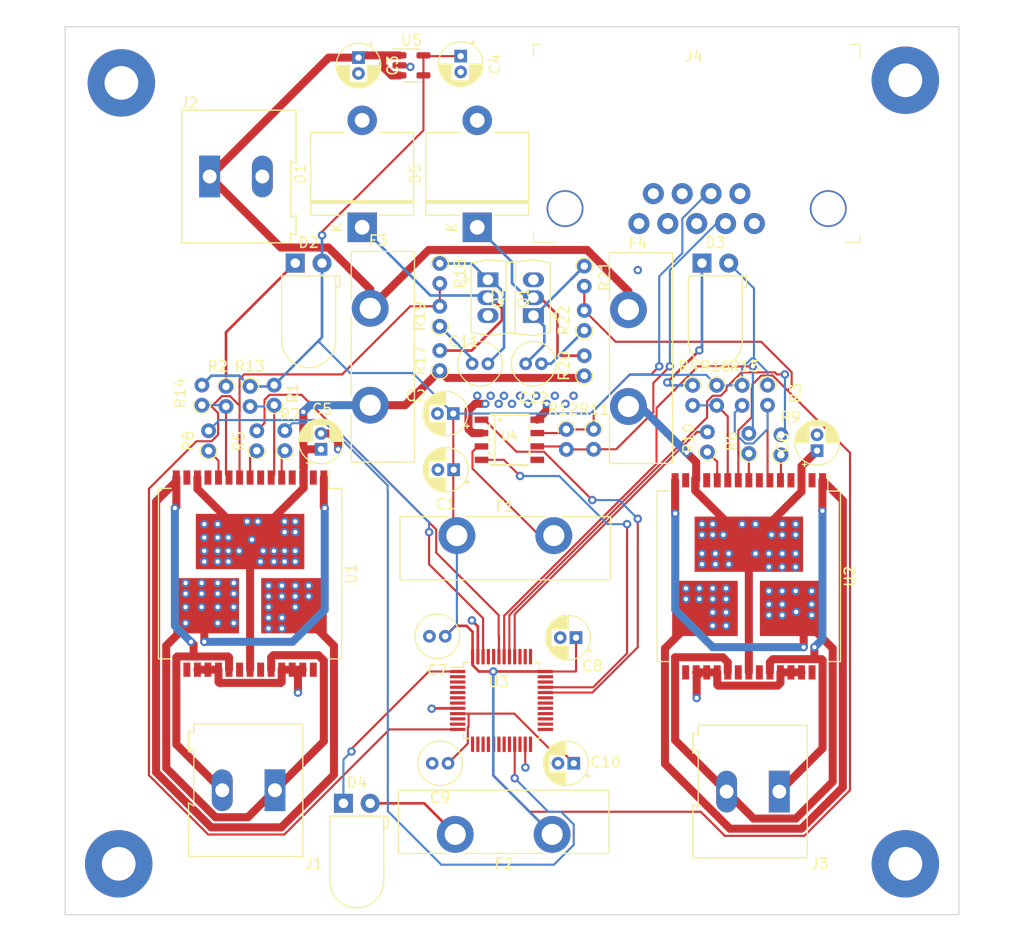
<source format=kicad_pcb>
(kicad_pcb (version 20211014) (generator pcbnew)
  (layers (0 "F.Cu" signal) (1 "In1.Cu" power) (2 "In2.Cu" power) (31 "B.Cu" signal) (34 "B.Paste" user) (35 "F.Paste" user) (36 "B.SilkS" user "B.Silkscreen") (37 "F.SilkS" user "F.Silkscreen") (38 "B.Mask" user) (39 "F.Mask" user) (44 "Edge.Cuts" user))
  (net 0 "")
  (net 1 "TX")
  (net 2 "ground")
  (net 3 "Vcc")
  (net 4 "RX")
  (net 6 "BUS low ")
  (net 7 "BUS High ")
  (net 8 "motor1 connection 1")
  (net 9 "motor1 connection 2")
  (net 10 "External Input power ")
  (net 11 "motor2 connection 1")
  (net 12 "motor2 connection 2")
  (net 13 "analog")
  (net 14 "Net-(F1-Pad2)")
  (net 15 "internal supply")
  (net 16 "Net-(C11-Pad1)")
  (net 17 "i2B")
  (net 18 "i2A")
  (net 19 "Net-(C11-Pad2)")
  (net 20 "Net-(R8-Pad1)")
  (net 21 "i1B")
  (net 22 "Net-(C12-Pad1)")
  (net 23 "i1A")
  (net 24 "Net-(R6-Pad1)")
  (net 25 "pwm2")
  (net 26 "Net-(C12-Pad2)")
  (net 27 "pwm1")
  (net 28 "Net-(D1-Pad1)")
  (net 30 "Net-(D2-Pad1)")
  (net 33 "adc1 channel 1")
  (net 43 "adc1 channel 2")
  (net 50 "Net-(D3-Pad1)")
  (net 82 "Net-(D4-Pad1)")
  (net 83 "Net-(D4-Pad2)")
  (net 84 "Net-(D5-Pad1)")
  (net 92 "Net-(R15-Pad2)")
  (net 93 "Net-(R16-Pad2)")
  (net 94 "Net-(R5-Pad1)")
  (net 95 "Net-(R7-Pad1)")
  (net 96 "Net-(R9-Pad1)")
  (net 97 "Net-(R10-Pad1)")
  (net 98 "Net-(R1-Pad1)")
  (net 99 "Net-(R14-Pad1)")
  (footprint "Capacitor_THT:CP_Radial_D4.0mm_P1.50mm" (layer "F.Cu") (at 167.894 85.979 90)
    (fp_text reference "C6")
    (fp_text value "1500uF")
  )
  (footprint "Resistor_THT:R_Axial_DIN0204_L3.6mm_D1.6mm_P1.90mm_Vertical" (layer "F.Cu") (at 156.083 79.782 -90)
    (fp_text reference "R4")
    (fp_text value "1k")
  )
  (footprint "Resistor_THT:R_Axial_DIN0204_L3.6mm_D1.6mm_P1.90mm_Vertical" (layer "F.Cu") (at 109.5 81.659 90)
    (fp_text reference "R14")
    (fp_text value "3.3k")
  )
  (footprint "Fuse:Fuseholder_Blade_ATO_Littelfuse_Pudenz_2_Pin" (layer "F.Cu") (at 125.476 81.661 90)
    (fp_text reference "F3")
    (fp_text value "10mA")
  )
  (footprint "Capacitor_THT:CP_Radial_D4.0mm_P1.50mm" (layer "F.Cu") (at 145.0146 103.739 180)
    (fp_text reference "C8")
    (fp_text value "10uF")
  )
  (footprint "Resistor_THT:R_Axial_DIN0204_L3.6mm_D1.6mm_P1.90mm_Vertical" (layer "F.Cu") (at 164.465 86.376 90)
    (fp_text reference "R9")
    (fp_text value "1k")
  )
  (footprint "Resistor_THT:R_Axial_DIN0204_L3.6mm_D1.6mm_P1.90mm_Vertical" (layer "F.Cu") (at 158.369 79.782 -90)
    (fp_text reference "R16")
    (fp_text value "3.3k")
  )
  (footprint "Resistor_THT:R_Axial_DIN0204_L3.6mm_D1.6mm_P1.90mm_Vertical" (layer "F.Cu") (at 160.782 79.782 -90)
    (fp_text reference "R15")
    (fp_text value "3.3k")
  )
  (footprint "Package_TO_SOT_THT:NEC_Molded_7x4x9mm" (layer "F.Cu") (at 136.652 69.752 -90)
    (fp_text reference "Q1")
    (fp_text value "Q_NMOS_DGS")
  )
  (footprint "Resistor_THT:R_Axial_DIN0204_L3.6mm_D1.6mm_P1.90mm_Vertical" (layer "F.Cu") (at 132.08 78.375 90)
    (fp_text reference "R17")
    (fp_text value "100k")
  )
  (footprint "Resistor_THT:R_Axial_DIN0204_L3.6mm_D1.6mm_P1.90mm_Vertical" (layer "F.Cu") (at 145.796 68.458 -90)
    (fp_text reference "R21")
    (fp_text value "1.5k")
  )
  (footprint "Resistor_THT:R_Axial_DIN0204_L3.6mm_D1.6mm_P1.90mm_Vertical" (layer "F.Cu") (at 146.685 83.952 -90)
    (fp_text reference "R11")
    (fp_text value "120")
  )
  (footprint "Capacitor_THT:CP_Radial_D4.0mm_P1.50mm" (layer "F.Cu") (at 134.064549 48.514 -90)
    (fp_text reference "C4")
    (fp_text value "2.2uF")
  )
  (footprint "TerminalBlock:TerminalBlock_Altech_AK300-2_P5.00mm" (layer "F.Cu") (at 110.236 59.944)
    (fp_text reference "J2")
    (fp_text value "Screw_Terminal_01x02")
  )
  (footprint "Resistor_THT:R_Axial_DIN0204_L3.6mm_D1.6mm_P1.90mm_Vertical" (layer "F.Cu") (at 116.358 81.659 90)
    (fp_text reference "R1")
    (fp_text value "1k")
  )
  (footprint "Capacitor_THT:C_Radial_D4.0mm_H5.0mm_P1.50mm" (layer "F.Cu") (at 132.596 103.612 180)
    (fp_text reference "C7")
    (fp_text value "100nF")
  )
  (footprint "Package_QFP:LQFP-48_7x7mm_P0.5mm" (layer "F.Cu") (at 137.942 109.708)
    (fp_text reference "U3")
    (fp_text value "STM32F103C8Tx")
  )
  (footprint "Resistor_THT:R_Axial_DIN0204_L3.6mm_D1.6mm_P1.90mm_Vertical" (layer "F.Cu") (at 163.195 79.761 -90)
    (fp_text reference "R3")
    (fp_text value "1k")
  )
  (footprint "Capacitor_THT:CP_Radial_D4.0mm_P1.50mm" (layer "F.Cu") (at 133.361399 82.4578 180)
    (fp_text reference "C2")
    (fp_text value "100nF")
  )
  (footprint "Resistor_THT:R_Axial_DIN0204_L3.6mm_D1.6mm_P1.90mm_Vertical" (layer "F.Cu") (at 110.135 85.993 90)
    (fp_text reference "R8")
    (fp_text value "1k")
  )
  (footprint "Resistor_THT:R_Axial_DIN0204_L3.6mm_D1.6mm_P1.90mm_Vertical" (layer "F.Cu") (at 132.08 74.168 90)
    (fp_text reference "R19")
    (fp_text value "10k")
  )
  (footprint "Package_SO:ST_MultiPowerSO-30" (layer "F.Cu") (at 114.072 97.661 -90)
    (fp_text reference "U1")
    (fp_text value "VNH2SP30")
  )
  (footprint "Diode_THT:D_5KP_P10.16mm_Horizontal" (layer "F.Cu") (at 135.636 64.77 90)
    (fp_text reference "D5")
    (fp_text value "D_Zener")
  )
  (footprint "Resistor_THT:R_Axial_DIN0204_L3.6mm_D1.6mm_P1.90mm_Vertical" (layer "F.Cu") (at 114.072 79.886 -90)
    (fp_text reference "R13")
    (fp_text value "3.3k")
  )
  (footprint "Resistor_THT:R_Axial_DIN0204_L3.6mm_D1.6mm_P1.90mm_Vertical" (layer "F.Cu") (at 144.0942 83.968 -90)
    (fp_text reference "R12")
    (fp_text value "120")
  )
  (footprint "Capacitor_THT:CP_Radial_D4.0mm_P1.50mm" (layer "F.Cu") (at 124.361749 48.650999 -90)
    (fp_text reference "C3")
    (fp_text value "2.2uF")
  )
  (footprint "MountingHole:MountingHole_3.2mm_M3_Pad" (layer "F.Cu") (at 176.276 50.8)
    (fp_text reference "REF**" hide)
    (fp_text value "MountingHole_3.2mm_M3_Pad")
  )
  (footprint "Fuse:Fuseholder_Blade_ATO_Littelfuse_Pudenz_2_Pin" (layer "F.Cu") (at 133.703 94.05)
    (fp_text reference "F1")
    (fp_text value "75mA")
  )
  (footprint "TerminalBlock:TerminalBlock_Altech_AK300-2_P5.00mm" (layer "F.Cu") (at 164.309 118.364 180)
    (fp_text reference "J3")
    (fp_text value "Screw_Terminal_01x02")
  )
  (footprint "website:SOT96-1" (layer "F.Cu") (at 138.684 84.947 -90)
    (fp_text reference "U4")
    (fp_text value "TCAN330")
  )
  (footprint "MountingHole:MountingHole_3.2mm_M3_Pad" (layer "F.Cu") (at 101.6 125.222)
    (fp_text reference "REF**" hide)
    (fp_text value "MountingHole_3.2mm_M3_Pad")
  )
  (footprint "Capacitor_THT:CP_Radial_D4.0mm_P1.50mm" (layer "F.Cu") (at 144.8 115.677 180)
    (fp_text reference "C10")
    (fp_text value "1uF")
  )
  (footprint "Capacitor_THT:C_Radial_D4.0mm_H5.0mm_P1.50mm" (layer "F.Cu") (at 135.152 77.724)
    (fp_text reference "C11")
    (fp_text value "33nF")
  )
  (footprint "MountingHole:MountingHole_3.2mm_M3_Pad" (layer "F.Cu") (at 176.276 125.222)
    (fp_text reference "REF**" hide)
    (fp_text value "MountingHole_3.2mm_M3_Pad")
  )
  (footprint "MountingHole:MountingHole_3.2mm_M3_Pad" (layer "F.Cu") (at 101.854 51.054)
    (fp_text reference "REF**" hide)
    (fp_text value "MountingHole_3.2mm_M3_Pad")
  )
  (footprint "Resistor_THT:R_Axial_DIN0204_L3.6mm_D1.6mm_P1.90mm_Vertical" (layer "F.Cu") (at 114.707 85.993 90)
    (fp_text reference "R5")
    (fp_text value "1k")
  )
  (footprint "Capacitor_THT:C_Radial_D4.0mm_H5.0mm_P1.50mm" (layer "F.Cu") (at 141.732 77.724 180)
    (fp_text reference "C12")
    (fp_text value "33nF")
  )
  (footprint "Capacitor_THT:CP_Radial_D4.0mm_P1.50mm" (layer "F.Cu") (at 133.4008 87.7918 180)
    (fp_text reference "C1")
    (fp_text value "47uF")
  )
  (footprint "Resistor_THT:R_Axial_DIN0204_L3.6mm_D1.6mm_P1.90mm_Vertical" (layer "F.Cu") (at 117.374 85.977 90)
    (fp_text reference "R7")
    (fp_text value "1k")
  )
  (footprint "Package_SO:ST_MultiPowerSO-30" (layer "F.Cu") (at 161.417 97.917 -90)
    (fp_text reference "U2")
    (fp_text value "VNH2SP30")
  )
  (footprint "TerminalBlock:TerminalBlock_Altech_AK300-2_P5.00mm" (layer "F.Cu") (at 116.43 118.237 180)
    (fp_text reference "J1")
    (fp_text value "Screw_Terminal_01x02")
  )
  (footprint "Resistor_THT:R_Axial_DIN0204_L3.6mm_D1.6mm_P1.90mm_Vertical" (layer "F.Cu") (at 132.08 68.204 -90)
    (fp_text reference "R18")
    (fp_text value "1.5k")
  )
  (footprint "Diode_THT:D_5KP_P10.16mm_Horizontal" (layer "F.Cu") (at 124.714 64.77 90)
    (fp_text reference "D1")
    (fp_text value "D_Zener")
  )
  (footprint "Capacitor_THT:C_Radial_D4.0mm_H5.0mm_P1.50mm" (layer "F.Cu") (at 132.862 115.677 180)
    (fp_text reference "C9")
    (fp_text value "10nF")
  )
  (footprint "Capacitor_THT:CP_Radial_D4.0mm_P1.50mm" (layer "F.Cu") (at 120.803 85.85 90)
    (fp_text reference "C5")
    (fp_text value "1500uF")
  )
  (footprint "LED_THT:LED_D5.0mm_Horizontal_O1.27mm_Z3.0mm_Clear" (layer "F.Cu") (at 156.967 68.169)
    (fp_text reference "D3")
    (fp_text value "LED")
  )
  (footprint "Fuse:Fuseholder_Blade_ATO_Littelfuse_Pudenz_2_Pin" (layer "F.Cu") (at 142.748 122.428 180)
    (fp_text reference "F2")
    (fp_text value "150mA")
  )
  (footprint "Resistor_THT:R_Axial_DIN0204_L3.6mm_D1.6mm_P1.90mm_Vertical" (layer "F.Cu") (at 157.48 86.106 90)
    (fp_text reference "R10")
    (fp_text value "1k")
  )
  (footprint "digikey-footprints:DSUB-9_Jack_5747840-3" (layer "F.Cu") (at 156.464 62.992)
    (fp_text reference "J4")
    (fp_text value "5747840-3")
  )
  (footprint "Resistor_THT:R_Axial_DIN0204_L3.6mm_D1.6mm_P1.90mm_Vertical" (layer "F.Cu") (at 145.796 74.565 90)
    (fp_text reference "R22")
    (fp_text value "10k")
  )
  (footprint "Fuse:Fuseholder_Blade_ATO_Littelfuse_Pudenz_2_Pin" (layer "F.Cu") (at 149.987 81.788 90)
    (fp_text reference "F4")
    (fp_text value "10mA")
  )
  (footprint "Resistor_THT:R_Axial_DIN0204_L3.6mm_D1.6mm_P1.90mm_Vertical" (layer "F.Cu") (at 145.796 78.862 90)
    (fp_text reference "R20")
    (fp_text value "100k")
  )
  (footprint "Resistor_THT:R_Axial_DIN0204_L3.6mm_D1.6mm_P1.90mm_Vertical" (layer "F.Cu") (at 161.417 86.249 90)
    (fp_text reference "R6")
    (fp_text value "1k")
  )
  (footprint "Package_TO_SOT_THT:NEC_Molded_7x4x9mm" (layer "F.Cu") (at 140.97 73.152 90)
    (fp_text reference "Q2")
    (fp_text value "Q_NMOS_DGS")
  )
  (footprint "Resistor_THT:R_Axial_DIN0204_L3.6mm_D1.6mm_P1.90mm_Vertical" (layer "F.Cu") (at 111.786 79.886 -90)
    (fp_text reference "R2")
    (fp_text value "1k")
  )
  (footprint "Package_TO_SOT_SMD:TSOT-23-5" (layer "F.Cu") (at 129.390949 49.388999)
    (fp_text reference "U5")
    (fp_text value "ADP7142AUJZ-5.0")
  )
  (footprint "LED_THT:LED_D5.0mm_Horizontal_O1.27mm_Z3.0mm_Clear" (layer "F.Cu") (at 122.931 119.477)
    (fp_text reference "D4")
    (fp_text value "LED")
  )
  (footprint "LED_THT:LED_D5.0mm_Horizontal_O1.27mm_Z3.0mm_Clear" (layer "F.Cu") (at 118.359 68.169)
    (fp_text reference "D2")
    (fp_text value "LED")
  )
  (gr_line (start 181.356 45.72) (end 181.356 130.048) (layer "Edge.Cuts") (width 0.1))
  (gr_line (start 181.356 130.048) (end 96.52 130.048) (layer "Edge.Cuts") (width 0.1))
  (gr_line (start 96.52 130.048) (end 96.52 45.72) (layer "Edge.Cuts") (width 0.1))
  (gr_line (start 96.52 45.72) (end 181.356 45.72) (layer "Edge.Cuts") (width 0.1))
  (segment (start 139.7 88.392) (end 138.16 86.852) (width 0.2) (layer "F.Cu") (net 1))
  (segment (start 146.640152 108.458) (end 147.234076 107.864076) (width 0.2) (layer "F.Cu") (net 1))
  (segment (start 138.16 86.852) (end 136.034 86.852) (width 0.2) (layer "F.Cu") (net 1))
  (segment (start 149.86 105.238152) (end 149.86 92.964) (width 0.2) (layer "F.Cu") (net 1))
  (segment (start 142.1045 108.458) (end 142.795236 108.458) (width 0.2) (layer "F.Cu") (net 1))
  (segment (start 147.234076 107.864076) (end 149.86 105.238152) (width 0.2) (layer "F.Cu") (net 1))
  (segment (start 142.1045 108.458) (end 146.640152 108.458) (width 0.2) (layer "F.Cu") (net 1))
  (via (at 149.86 92.964) (size 0.8) (drill 0.4) (layers "F.Cu" "B.Cu") (net 1))
  (via (at 139.7 88.392) (size 0.8) (drill 0.4) (layers "F.Cu" "B.Cu") (net 1))
  (segment (start 139.7 88.392) (end 143.4219 88.392) (width 0.2) (layer "B.Cu") (net 1))
  (segment (start 147.9939 92.964) (end 149.86 92.964) (width 0.2) (layer "B.Cu") (net 1))
  (segment (start 143.4219 88.392) (end 147.9939 92.964) (width 0.2) (layer "B.Cu") (net 1))
  (segment (start 134.803489 82.161489) (end 134.803489 83.922511) (width 0.762) (layer "F.Cu") (net 2))
  (segment (start 135.430978 81.534) (end 134.803489 82.161489) (width 0.762) (layer "F.Cu") (net 2))
  (segment (start 158.417 107.042) (end 158.417 108.208022) (width 0.762) (layer "F.Cu") (net 2))
  (segment (start 118.618 108.966) (end 118.618 106.892) (width 0.762) (layer "F.Cu") (net 2))
  (segment (start 116.982511 108.041511) (end 117.072 107.952022) (width 0.762) (layer "F.Cu") (net 2))
  (segment (start 156.864 107.042) (end 158.417 107.042) (width 0.762) (layer "F.Cu") (net 2))
  (segment (start 111.072 106.786) (end 111.072 107.952022) (width 0.762) (layer "F.Cu") (net 2))
  (segment (start 158.506489 108.297511) (end 164.161489 108.297511) (width 0.762) (layer "F.Cu") (net 2))
  (segment (start 136.398 81.534) (end 135.430978 81.534) (width 0.762) (layer "F.Cu") (net 2))
  (segment (start 129.144999 49.388999) (end 129.286 49.53) (width 0.2) (layer "F.Cu") (net 2))
  (segment (start 134.803489 83.922511) (end 135.192978 84.312) (width 0.762) (layer "F.Cu") (net 2))
  (segment (start 135.192978 84.312) (end 136.034 84.312) (width 0.762) (layer "F.Cu") (net 2))
  (segment (start 164.161489 108.297511) (end 164.417 108.042) (width 0.762) (layer "F.Cu") (net 2))
  (segment (start 156.464 107.442) (end 156.864 107.042) (width 0.762) (layer "F.Cu") (net 2))
  (segment (start 118.618 106.892) (end 118.512 106.786) (width 0.762) (layer "F.Cu") (net 2))
  (segment (start 128.253449 49.388999) (end 129.144999 49.388999) (width 0.2) (layer "F.Cu") (net 2))
  (segment (start 164.417 108.042) (end 164.417 107.042) (width 0.762) (layer "F.Cu") (net 2))
  (segment (start 122.428 85.126472) (end 122.428 85.852) (width 0.762) (layer "F.Cu") (net 2))
  (segment (start 109.072 106.786) (end 111.072 106.786) (width 0.762) (layer "F.Cu") (net 2))
  (segment (start 121.651528 84.35) (end 122.428 85.126472) (width 0.762) (layer "F.Cu") (net 2))
  (segment (start 140.192 116.062) (end 140.208 116.078) (width 0.2) (layer "F.Cu") (net 2))
  (segment (start 120.803 84.35) (end 121.651528 84.35) (width 0.762) (layer "F.Cu") (net 2))
  (segment (start 135.692 102.672) (end 135.692 105.5455) (width 0.25) (layer "F.Cu") (net 2))
  (segment (start 131.35 110.458) (end 131.318 110.49) (width 0.25) (layer "F.Cu") (net 2))
  (segment (start 136.034 84.312) (end 136.384 84.312) (width 0.25) (layer "F.Cu") (net 2))
  (segment (start 158.417 108.208022) (end 158.506489 108.297511) (width 0.762) (layer "F.Cu") (net 2))
  (segment (start 133.7795 110.458) (end 131.35 110.458) (width 0.25) (layer "F.Cu") (net 2))
  (segment (start 164.417 107.042) (end 166.417 107.042) (width 0.762) (layer "F.Cu") (net 2))
  (segment (start 111.161489 108.041511) (end 116.982511 108.041511) (width 0.762) (layer "F.Cu") (net 2))
  (segment (start 117.072 106.786) (end 118.512 106.786) (width 0.762) (layer "F.Cu") (net 2))
  (segment (start 156.417 107.042) (end 156.864 107.042) (width 0.762) (layer "F.Cu") (net 2))
  (segment (start 135.128 102.108) (end 135.692 102.672) (width 0.25) (layer "F.Cu") (net 2))
  (segment (start 118.512 106.786) (end 119.072 106.786) (width 0.762) (layer "F.Cu") (net 2))
  (segment (start 142.24 82.136) (end 141.334 83.042) (width 0.762) (layer "F.Cu") (net 2))
  (segment (start 117.072 107.952022) (end 117.072 106.786) (width 0.762) (layer "F.Cu") (net 2))
  (segment (start 140.192 113.8705) (end 140.192 116.062) (width 0.2) (layer "F.Cu") (net 2))
  (segment (start 156.464 109.474) (end 156.464 107.442) (width 0.762) (layer "F.Cu") (net 2))
  (segment (start 142.24 81.534) (end 142.24 82.136) (width 0.762) (layer "F.Cu") (net 2))
  (segment (start 111.072 107.952022) (end 111.161489 108.041511) (width 0.762) (layer "F.Cu") (net 2))
  (via (at 139.7 80.772) (size 0.8) (drill 0.4) (layers "F.Cu" "B.Cu") (net 2))
  (via (at 137.668 81.534) (size 0.8) (drill 0.4) (layers "F.Cu" "B.Cu") (net 2))
  (via (at 122.428 85.852) (size 0.8) (drill 0.4) (layers "F.Cu" "B.Cu") (net 2))
  (via (at 129.286 49.53) (size 0.8) (drill 0.4) (layers "F.Cu" "B.Cu") (net 2))
  (via (at 135.128 102.108) (size 0.8) (drill 0.4) (layers "F.Cu" "B.Cu") (net 2))
  (via (at 138.176 80.772) (size 0.8) (drill 0.4) (layers "F.Cu" "B.Cu") (net 2))
  (via (at 136.906 80.772) (size 0.8) (drill 0.4) (layers "F.Cu" "B.Cu") (net 2))
  (via (at 136.398 81.534) (size 0.8) (drill 0.4) (layers "F.Cu" "B.Cu") (net 2))
  (via (at 138.938 81.534) (size 0.8) (drill 0.4) (layers "F.Cu" "B.Cu") (net 2))
  (via (at 142.24 81.534) (size 0.8) (drill 0.4) (layers "F.Cu" "B.Cu") (net 2))
  (via (at 143.002 80.772) (size 0.8) (drill 0.4) (layers "F.Cu" "B.Cu") (net 2))
  (via (at 144.018 81.534) (size 0.8) (drill 0.4) (layers "F.Cu" "B.Cu") (net 2))
  (via (at 141.224 80.772) (size 0.8) (drill 0.4) (layers "F.Cu" "B.Cu") (net 2))
  (via (at 144.78 80.772) (size 0.8) (drill 0.4) (layers "F.Cu" "B.Cu") (net 2))
  (via (at 135.636 80.772) (size 0.8) (drill 0.4) (layers "F.Cu" "B.Cu") (net 2))
  (via (at 156.464 109.474) (size 0.8) (drill 0.4) (layers "F.Cu" "B.Cu") (net 2))
  (via (at 118.618 108.966) (size 0.8) (drill 0.4) (layers "F.Cu" "B.Cu") (net 2))
  (via (at 131.318 110.49) (size 0.8) (drill 0.4) (layers "F.Cu" "B.Cu") (net 2))
  (via (at 140.208 116.078) (size 0.8) (drill 0.4) (layers "F.Cu" "B.Cu") (net 2))
  (via (at 140.462 81.534) (size 0.8) (drill 0.4) (layers "F.Cu" "B.Cu") (net 2))
  (via (at 150.876 68.834) (size 0.8) (drill 0.4) (layers "F.Cu" "B.Cu") (net 2))
  (segment (start 136.952 73.152) (end 136.652 73.152) (width 0.25) (layer "B.Cu") (net 2))
  (segment (start 141.27 69.752) (end 140.97 69.752) (width 0.25) (layer "B.Cu") (net 2))
  (segment (start 119.161489 86.832511) (end 119.161489 87.594511) (width 0.762) (layer "F.Cu") (net 3))
  (segment (start 156.417 87.075) (end 155.520546 86.178546) (width 0.762) (layer "F.Cu") (net 3))
  (segment (start 119.126 87.559022) (end 119.161489 87.594511) (width 0.762) (layer "F.Cu") (net 3))
  (segment (start 128.794 81.661) (end 132.08 78.375) (width 0.762) (layer "F.Cu") (net 3))
  (segment (start 119.441 85.85) (end 119.161489 86.129511) (width 0.762) (layer "F.Cu") (net 3))
  (segment (start 145.583 79.075) (end 145.796 78.862) (width 0.762) (layer "F.Cu") (net 3))
  (segment (start 119.161489 86.129511) (end 119.161489 86.832511) (width 0.762) (layer "F.Cu") (net 3))
  (segment (start 156.327511 89.777511) (end 161.417 94.867) (width 0.762) (layer "F.Cu") (net 3))
  (segment (start 166.417 89.867) (end 161.417 94.867) (width 0.762) (layer "F.Cu") (net 3))
  (segment (start 114.2475 94.4355) (end 114.072 94.611) (width 0.762) (layer "F.Cu") (net 3))
  (segment (start 156.417 88.792) (end 156.417 87.075) (width 0.762) (layer "F.Cu") (net 3))
  (segment (start 119.161489 87.594511) (end 119.161489 89.521511) (width 0.762) (layer "F.Cu") (net 3))
  (segment (start 156.327511 88.646) (end 156.327511 89.777511) (width 0.762) (layer "F.Cu") (net 3))
  (segment (start 132.08 78.375) (end 132.78 79.075) (width 0.762) (layer "F.Cu") (net 3))
  (segment (start 166.417 87.456) (end 167.894 85.979) (width 0.762) (layer "F.Cu") (net 3))
  (segment (start 119.126 82.296) (end 119.126 87.559022) (width 0.762) (layer "F.Cu") (net 3))
  (segment (start 166.417 88.792) (end 166.417 87.456) (width 0.762) (layer "F.Cu") (net 3))
  (segment (start 166.417 88.792) (end 166.417 89.867) (width 0.762) (layer "F.Cu") (net 3))
  (segment (start 119.161489 89.521511) (end 114.2475 94.4355) (width 0.762) (layer "F.Cu") (net 3))
  (segment (start 114.072 94.611) (end 114.072 106.786) (width 0.762) (layer "F.Cu") (net 3))
  (segment (start 109.072 88.536) (end 109.072 89.611) (width 0.762) (layer "F.Cu") (net 3))
  (segment (start 109.072 89.611) (end 114.072 94.611) (width 0.762) (layer "F.Cu") (net 3))
  (segment (start 161.417 94.867) (end 161.417 107.042) (width 0.762) (layer "F.Cu") (net 3))
  (segment (start 120.803 85.85) (end 119.441 85.85) (width 0.762) (layer "F.Cu") (net 3))
  (segment (start 132.78 79.075) (end 145.583 79.075) (width 0.762) (layer "F.Cu") (net 3))
  (segment (start 125.476 81.661) (end 128.794 81.661) (width 0.762) (layer "F.Cu") (net 3))
  (via (at 165.862 92.964) (size 0.8) (drill 0.4) (layers "F.Cu" "B.Cu") (net 3))
  (via (at 117.348 96.52) (size 0.8) (drill 0.4) (layers "F.Cu" "B.Cu") (net 3))
  (via (at 159.512 95.758) (size 0.8) (drill 0.4) (layers "F.Cu" "B.Cu") (net 3))
  (via (at 164.592 92.964) (size 0.8) (drill 0.4) (layers "F.Cu" "B.Cu") (net 3))
  (via (at 157.988 93.98) (size 0.8) (drill 0.4) (layers "F.Cu" "B.Cu") (net 3))
  (via (at 118.364 96.52) (size 0.8) (drill 0.4) (layers "F.Cu" "B.Cu") (net 3))
  (via (at 164.592 93.98) (size 0.8) (drill 0.4) (layers "F.Cu" "B.Cu") (net 3))
  (via (at 156.972 92.964) (size 0.8) (drill 0.4) (layers "F.Cu" "B.Cu") (net 3))
  (via (at 156.972 93.98) (size 0.8) (drill 0.4) (layers "F.Cu" "B.Cu") (net 3))
  (via (at 113.03 95.504) (size 0.8) (drill 0.4) (layers "F.Cu" "B.Cu") (net 3))
  (via (at 164.592 95.758) (size 0.8) (drill 0.4) (layers "F.Cu" "B.Cu") (net 3))
  (via (at 117.348 93.726) (size 0.8) (drill 0.4) (layers "F.Cu" "B.Cu") (net 3))
  (via (at 116.332 95.504) (size 0.8) (drill 0.4) (layers "F.Cu" "B.Cu") (net 3))
  (via (at 155.520546 86.178546) (size 0.8) (drill 0.4) (layers "F.Cu" "B.Cu") (net 3))
  (via (at 109.728 95.504) (size 0.8) (drill 0.4) (layers "F.Cu" "B.Cu") (net 3))
  (via (at 117.348 92.71) (size 0.8) (drill 0.4) (layers "F.Cu" "B.Cu") (net 3))
  (via (at 158.242 96.774) (size 0.8) (drill 0.4) (layers "F.Cu" "B.Cu") (net 3))
  (via (at 112.014 96.52) (size 0.8) (drill 0.4) (layers "F.Cu" "B.Cu") (net 3))
  (via (at 109.728 92.964) (size 0.8) (drill 0.4) (layers "F.Cu" "B.Cu") (net 3))
  (via (at 114.2475 94.4355) (size 0.8) (drill 0.4) (layers "F.Cu" "B.Cu") (net 3))
  (via (at 162.052 95.758) (size 0.8) (drill 0.4) (layers "F.Cu" "B.Cu") (net 3))
  (via (at 165.862 95.758) (size 0.8) (drill 0.4) (layers "F.Cu" "B.Cu") (net 3))
  (via (at 112.014 94.234) (size 0.8) (drill 0.4) (layers "F.Cu" "B.Cu") (net 3))
  (via (at 159.004 93.98) (size 0.8) (drill 0.4) (layers "F.Cu" "B.Cu") (net 3))
  (via (at 163.576 93.98) (size 0.8) (drill 0.4) (layers "F.Cu" "B.Cu") (net 3))
  (via (at 113.792 92.71) (size 0.8) (drill 0.4) (layers "F.Cu" "B.Cu") (net 3))
  (via (at 114.808 92.71) (size 0.8) (drill 0.4) (layers "F.Cu" "B.Cu") (net 3))
  (via (at 115.062 96.52) (size 0.8) (drill 0.4) (layers "F.Cu" "B.Cu") (net 3))
  (via (at 165.862 97.028) (size 0.8) (drill 0.4) (layers "F.Cu" "B.Cu") (net 3))
  (via (at 118.364 95.504) (size 0.8) (drill 0.4) (layers "F.Cu" "B.Cu") (net 3))
  (via (at 164.592 97.028) (size 0.8) (drill 0.4) (layers "F.Cu" "B.Cu") (net 3))
  (via (at 160.782 92.964) (size 0.8) (drill 0.4) (layers "F.Cu" "B.Cu") (net 3))
  (via (at 156.972 95.758) (size 0.8) (drill 0.4) (layers "F.Cu" "B.Cu") (net 3))
  (via (at 109.728 96.52) (size 0.8) (drill 0.4) (layers "F.Cu" "B.Cu") (net 3))
  (via (at 116.332 96.52) (size 0.8) (drill 0.4) (layers "F.Cu" "B.Cu") (net 3))
  (via (at 112.014 95.504) (size 0.8) (drill 0.4) (layers "F.Cu" "B.Cu") (net 3))
  (via (at 118.364 93.726) (size 0.8) (drill 0.4) (layers "F.Cu" "B.Cu") (net 3))
  (via (at 163.322 95.758) (size 0.8) (drill 0.4) (layers "F.Cu" "B.Cu") (net 3))
  (via (at 110.998 96.52) (size 0.8) (drill 0.4) (layers "F.Cu" "B.Cu") (net 3))
  (via (at 165.862 93.98) (size 0.8) (drill 0.4) (layers "F.Cu" "B.Cu") (net 3))
  (via (at 118.364 92.71) (size 0.8) (drill 0.4) (layers "F.Cu" "B.Cu") (net 3))
  (via (at 115.316 95.504) (size 0.8) (drill 0.4) (layers "F.Cu" "B.Cu") (net 3))
  (via (at 163.322 97.028) (size 0.8) (drill 0.4) (layers "F.Cu" "B.Cu") (net 3))
  (via (at 162.052 92.964) (size 0.8) (drill 0.4) (layers "F.Cu" "B.Cu") (net 3))
  (via (at 157.988 92.964) (size 0.8) (drill 0.4) (layers "F.Cu" "B.Cu") (net 3))
  (via (at 110.998 95.504) (size 0.8) (drill 0.4) (layers "F.Cu" "B.Cu") (net 3))
  (via (at 110.998 94.234) (size 0.8) (drill 0.4) (layers "F.Cu" "B.Cu") (net 3))
  (via (at 109.728 94.234) (size 0.8) (drill 0.4) (layers "F.Cu" "B.Cu") (net 3))
  (via (at 159.512 96.774) (size 0.8) (drill 0.4) (layers "F.Cu" "B.Cu") (net 3))
  (via (at 117.348 95.504) (size 0.8) (drill 0.4) (layers "F.Cu" "B.Cu") (net 3))
  (via (at 158.242 95.758) (size 0.8) (drill 0.4) (layers "F.Cu" "B.Cu") (net 3))
  (via (at 119.126 82.296) (size 0.8) (drill 0.4) (layers "F.Cu" "B.Cu") (net 3))
  (via (at 110.998 92.964) (size 0.8) (drill 0.4) (layers "F.Cu" "B.Cu") (net 3))
  (via (at 156.972 96.774) (size 0.8) (drill 0.4) (layers "F.Cu" "B.Cu") (net 3))
  (segment (start 119.761 81.661) (end 119.126 82.296) (width 0.762) (layer "B.Cu") (net 3))
  (segment (start 125.476 81.661) (end 119.761 81.661) (width 0.762) (layer "B.Cu") (net 3))
  (segment (start 151.13 81.788) (end 155.520546 86.178546) (width 0.762) (layer "B.Cu") (net 3))
  (segment (start 149.987 81.788) (end 151.13 81.788) (width 0.762) (layer "B.Cu") (net 3))
  (segment (start 139.354133 86.083111) (end 136.313022 83.042) (width 0.2) (layer "F.Cu") (net 4))
  (segment (start 142.1045 108.958) (end 146.566 108.958) (width 0.2) (layer "F.Cu") (net 4))
  (segment (start 146.558 90.678) (end 141.963111 86.083111) (width 0.2) (layer "F.Cu") (net 4))
  (segment (start 141.963111 86.083111) (end 139.354133 86.083111) (width 0.2) (layer "F.Cu") (net 4))
  (segment (start 136.313022 83.042) (end 136.034 83.042) (width 0.2) (layer "F.Cu") (net 4))
  (segment (start 146.812 108.712) (end 150.876 104.648) (width 0.2) (layer "F.Cu") (net 4))
  (segment (start 150.876 104.648) (end 150.876 92.456) (width 0.2) (layer "F.Cu") (net 4))
  (segment (start 146.566 108.958) (end 146.812 108.712) (width 0.2) (layer "F.Cu") (net 4))
  (via (at 146.558 90.678) (size 0.8) (drill 0.4) (layers "F.Cu" "B.Cu") (net 4))
  (via (at 150.876 92.456) (size 0.8) (drill 0.4) (layers "F.Cu" "B.Cu") (net 4))
  (segment (start 149.098 90.678) (end 146.558 90.678) (width 0.2) (layer "B.Cu") (net 4))
  (segment (start 150.876 92.456) (end 149.098 90.678) (width 0.2) (layer "B.Cu") (net 4))
  (segment (start 143.8082 85.582) (end 144.0942 85.868) (width 0.2) (layer "F.Cu") (net 6))
  (segment (start 148.821447 85.852) (end 152.35288 82.320567) (width 0.2) (layer "F.Cu") (net 6))
  (segment (start 152.35288 79.54912) (end 153.924 77.978) (width 0.2) (layer "F.Cu") (net 6))
  (segment (start 141.334 85.582) (end 143.8082 85.582) (width 0.2) (layer "F.Cu") (net 6))
  (segment (start 146.669 85.868) (end 146.685 85.852) (width 0.2) (layer "F.Cu") (net 6))
  (segment (start 144.0942 85.868) (end 146.669 85.868) (width 0.2) (layer "F.Cu") (net 6))
  (segment (start 146.685 85.852) (end 148.821447 85.852) (width 0.2) (layer "F.Cu") (net 6))
  (segment (start 152.35288 82.320567) (end 152.35288 79.54912) (width 0.2) (layer "F.Cu") (net 6))
  (via (at 153.924 77.978) (size 0.8) (drill 0.4) (layers "F.Cu" "B.Cu") (net 6))
  (segment (start 153.924 68.834) (end 153.924 77.978) (width 0.2) (layer "B.Cu") (net 6))
  (segment (start 159.204 64.412) (end 158.346 64.412) (width 0.2) (layer "B.Cu") (net 6))
  (segment (start 158.346 64.412) (end 153.924 68.834) (width 0.2) (layer "B.Cu") (net 6))
  (segment (start 146.685 83.952) (end 146.685 82.191553) (width 0.2) (layer "F.Cu") (net 7))
  (segment (start 146.669 83.968) (end 146.685 83.952) (width 0.2) (layer "F.Cu") (net 7))
  (segment (start 152.148479 78.737521) (end 152.908 77.978) (width 0.2) (layer "F.Cu") (net 7))
  (segment (start 144.0942 83.968) (end 146.669 83.968) (width 0.2) (layer "F.Cu") (net 7))
  (segment (start 146.685 82.191553) (end 150.139032 78.737521) (width 0.2) (layer "F.Cu") (net 7))
  (segment (start 141.334 84.312) (end 143.7502 84.312) (width 0.2) (layer "F.Cu") (net 7))
  (segment (start 150.139032 78.737521) (end 152.148479 78.737521) (width 0.2) (layer "F.Cu") (net 7))
  (segment (start 143.7502 84.312) (end 144.0942 83.968) (width 0.2) (layer "F.Cu") (net 7))
  (via (at 152.908 77.978) (size 0.8) (drill 0.4) (layers "F.Cu" "B.Cu") (net 7))
  (segment (start 157.834 61.572) (end 157.466213 61.572) (width 0.2) (layer "B.Cu") (net 7))
  (segment (start 152.908 69.424152) (end 152.908 77.978) (width 0.2) (layer "B.Cu") (net 7))
  (segment (start 155.108076 63.930137) (end 155.108076 67.224076) (width 0.2) (layer "B.Cu") (net 7))
  (segment (start 155.108076 67.224076) (end 152.908 69.424152) (width 0.2) (layer "B.Cu") (net 7))
  (segment (start 157.466213 61.572) (end 155.108076 63.930137) (width 0.2) (layer "B.Cu") (net 7))
  (segment (start 109.881 100.737) (end 108.23 102.388) (width 0.762) (layer "F.Cu") (net 8))
  (segment (start 121.072 113.595) (end 121.072 106.786) (width 0.762) (layer "F.Cu") (net 8))
  (segment (start 110.77947 120.79752) (end 113.86948 120.79752) (width 0.762) (layer "F.Cu") (net 8))
  (segment (start 116.072 105.619978) (end 116.281978 105.41) (width 0.762) (layer "F.Cu") (net 8))
  (segment (start 121.072 91.354) (end 121.158 91.44) (width 0.762) (layer "F.Cu") (net 8))
  (segment (start 109.728 104.14) (end 109.728 102.362) (width 0.762) (layer "F.Cu") (net 8))
  (segment (start 106.11048 104.50752) (end 106.11048 116.12853) (width 0.762) (layer "F.Cu") (net 8))
  (segment (start 116.43 118.237) (end 121.072 113.595) (width 0.762) (layer "F.Cu") (net 8))
  (segment (start 120.564 105.41) (end 121.072 105.918) (width 0.762) (layer "F.Cu") (net 8))
  (segment (start 113.86948 120.79752) (end 116.43 118.237) (width 0.762) (layer "F.Cu") (net 8))
  (segment (start 106.11048 116.12853) (end 110.77947 120.79752) (width 0.762) (layer "F.Cu") (net 8))
  (segment (start 116.281978 105.41) (end 120.564 105.41) (width 0.762) (layer "F.Cu") (net 8))
  (segment (start 109.728 102.362) (end 109.728 100.89) (width 0.762) (layer "F.Cu") (net 8))
  (segment (start 108.23 102.388) (end 106.11048 104.50752) (width 0.762) (layer "F.Cu") (net 8))
  (segment (start 109.907 100.711) (end 109.881 100.737) (width 0.762) (layer "F.Cu") (net 8))
  (segment (start 121.072 105.918) (end 121.072 106.786) (width 0.762) (layer "F.Cu") (net 8))
  (segment (start 121.072 88.536) (end 121.072 91.354) (width 0.762) (layer "F.Cu") (net 8))
  (segment (start 109.728 100.89) (end 109.907 100.711) (width 0.762) (layer "F.Cu") (net 8))
  (segment (start 116.072 106.786) (end 116.072 105.619978) (width 0.762) (layer "F.Cu") (net 8))
  (via (at 121.158 91.44) (size 0.8) (drill 0.4) (layers "F.Cu" "B.Cu") (net 8))
  (via (at 110.998 99.568) (size 0.8) (drill 0.4) (layers "F.Cu" "B.Cu") (net 8))
  (via (at 107.95 98.552) (size 0.8) (drill 0.4) (layers "F.Cu" "B.Cu") (net 8))
  (via (at 109.728 104.14) (size 0.8) (drill 0.4) (layers "F.Cu" "B.Cu") (net 8))
  (via (at 109.474 100.838) (size 0.8) (drill 0.4) (layers "F.Cu" "B.Cu") (net 8))
  (via (at 109.474 98.552) (size 0.8) (drill 0.4) (layers "F.Cu" "B.Cu") (net 8))
  (via (at 107.95 102.362) (size 0.8) (drill 0.4) (layers "F.Cu" "B.Cu") (net 8))
  (via (at 110.998 102.362) (size 0.8) (drill 0.4) (layers "F.Cu" "B.Cu") (net 8))
  (via (at 110.998 98.552) (size 0.8) (drill 0.4) (layers "F.Cu" "B.Cu") (net 8))
  (via (at 112.522 100.838) (size 0.8) (drill 0.4) (layers "F.Cu" "B.Cu") (net 8))
  (via (at 112.522 99.568) (size 0.8) (drill 0.4) (layers "F.Cu" "B.Cu") (net 8))
  (via (at 107.95 100.838) (size 0.8) (drill 0.4) (layers "F.Cu" "B.Cu") (net 8))
  (via (at 112.522 102.362) (size 0.8) (drill 0.4) (layers "F.Cu" "B.Cu") (net 8))
  (via (at 107.95 99.568) (size 0.8) (drill 0.4) (layers "F.Cu" "B.Cu") (net 8))
  (via (at 110.998 100.838) (size 0.8) (drill 0.4) (layers "F.Cu" "B.Cu") (net 8))
  (via (at 112.522 98.552) (size 0.8) (drill 0.4) (layers "F.Cu" "B.Cu") (net 8))
  (via (at 109.474 99.568) (size 0.8) (drill 0.4) (layers "F.Cu" "B.Cu") (net 8))
  (segment (start 118.11 104.14) (end 109.728 104.14) (width 0.762) (layer "B.Cu") (net 8))
  (segment (start 121.158 101.092) (end 118.11 104.14) (width 0.762) (layer "B.Cu") (net 8))
  (segment (start 121.158 91.44) (end 121.158 101.092) (width 0.762) (layer "B.Cu") (net 8))
  (segment (start 107.161489 105.530489) (end 108.832489 105.530489) (width 0.762) (layer "F.Cu") (net 9))
  (segment (start 107.072 106.786) (end 107.072 105.619978) (width 0.762) (layer "F.Cu") (net 9))
  (segment (start 107.072 113.879) (end 107.072 106.786) (width 0.762) (layer "F.Cu") (net 9))
  (segment (start 105.14896 90.80404) (end 105.14896 116.526804) (width 0.762) (layer "F.Cu") (net 9))
  (segment (start 107.072 88.536) (end 107.072 91.302) (width 0.762) (layer "F.Cu") (net 9))
  (segment (start 107.072 88.881) (end 105.14896 90.80404) (width 0.762) (layer "F.Cu") (net 9))
  (segment (start 107.072 105.619978) (end 107.161489 105.530489) (width 0.762) (layer "F.Cu") (net 9))
  (segment (start 112.072 105.619978) (end 112.072 106.786) (width 0.762) (layer "F.Cu") (net 9))
  (segment (start 108.712 105.41) (end 108.832489 105.530489) (width 0.762) (layer "F.Cu") (net 9))
  (segment (start 118.364 100.838) (end 118.237 100.711) (width 0.762) (layer "F.Cu") (net 9))
  (segment (start 108.458 104.14) (end 108.712 104.394) (width 0.762) (layer "F.Cu") (net 9))
  (segment (start 105.14896 116.526804) (end 110.381195 121.759039) (width 0.762) (layer "F.Cu") (net 9))
  (segment (start 122.03352 116.764502) (end 122.03352 104.50752) (width 0.762) (layer "F.Cu") (net 9))
  (segment (start 110.381195 121.759039) (end 117.038982 121.75904) (width 0.762) (layer "F.Cu") (net 9))
  (segment (start 107.072 88.536) (end 107.072 88.881) (width 0.762) (layer "F.Cu") (net 9))
  (segment (start 118.237 100.711) (end 116.980978 100.711) (width 0.762) (layer "F.Cu") (net 9))
  (segment (start 111.43 118.237) (end 107.072 113.879) (width 0.762) (layer "F.Cu") (net 9))
  (segment (start 122.03352 104.50752) (end 118.364 100.838) (width 0.762) (layer "F.Cu") (net 9))
  (segment (start 111.982511 105.530489) (end 112.072 105.619978) (width 0.762) (layer "F.Cu") (net 9))
  (segment (start 108.832489 105.530489) (end 111.982511 105.530489) (width 0.762) (layer "F.Cu") (net 9))
  (segment (start 108.712 104.394) (end 108.712 105.41) (width 0.762) (layer "F.Cu") (net 9))
  (segment (start 117.038982 121.75904) (end 122.03352 116.764502) (width 0.762) (layer "F.Cu") (net 9))
  (segment (start 107.072 91.302) (end 106.934 91.44) (width 0.762) (layer "F.Cu") (net 9))
  (via (at 108.458 104.14) (size 0.8) (drill 0.4) (layers "F.Cu" "B.Cu") (net 9))
  (via (at 118.364 98.806) (size 0.8) (drill 0.4) (layers "F.Cu" "B.Cu") (net 9))
  (via (at 115.824 100.838) (size 0.8) (drill 0.4) (layers "F.Cu" "B.Cu") (net 9))
  (via (at 115.824 99.822) (size 0.8) (drill 0.4) (layers "F.Cu" "B.Cu") (net 9))
  (via (at 118.364 100.838) (size 0.8) (drill 0.4) (layers "F.Cu" "B.Cu") (net 9))
  (via (at 118.364 99.822) (size 0.8) (drill 0.4) (layers "F.Cu" "B.Cu") (net 9))
  (via (at 119.634 98.806) (size 0.8) (drill 0.4) (layers "F.Cu" "B.Cu") (net 9))
  (via (at 117.094 98.806) (size 0.8) (drill 0.4) (layers "F.Cu" "B.Cu") (net 9))
  (via (at 117.094 102.87) (size 0.8) (drill 0.4) (layers "F.Cu" "B.Cu") (net 9))
  (via (at 115.824 102.87) (size 0.8) (drill 0.4) (layers "F.Cu" "B.Cu") (net 9))
  (via (at 119.634 99.822) (size 0.8) (drill 0.4) (layers "F.Cu" "B.Cu") (net 9))
  (via (at 117.094 101.854) (size 0.8) (drill 0.4) (layers "F.Cu" "B.Cu") (net 9))
  (via (at 106.934 91.44) (size 0.8) (drill 0.4) (layers "F.Cu" "B.Cu") (net 9))
  (via (at 115.824 101.854) (size 0.8) (drill 0.4) (layers "F.Cu" "B.Cu") (net 9))
  (via (at 117.094 99.822) (size 0.8) (drill 0.4) (layers "F.Cu" "B.Cu") (net 9))
  (via (at 115.824 98.806) (size 0.8) (drill 0.4) (layers "F.Cu" "B.Cu") (net 9))
  (segment (start 106.934 102.616) (end 108.458 104.14) (width 0.762) (layer "B.Cu") (net 9))
  (segment (start 106.934 91.44) (end 106.934 102.616) (width 0.762) (layer "B.Cu") (net 9))
  (segment (start 124.361749 48.650999) (end 124.573749 48.438999) (width 0.762) (layer "F.Cu") (net 10))
  (segment (start 121.529001 48.650999) (end 124.361749 48.650999) (width 0.762) (layer "F.Cu") (net 10))
  (segment (start 131.013511 66.923489) (end 146.072406 66.923489) (width 0.762) (layer "F.Cu") (net 10))
  (segment (start 116.980489 66.688489) (end 121.512249 66.688489) (width 0.762) (layer "F.Cu") (net 10))
  (segment (start 128.253449 50.338999) (end 127.507838 50.338999) (width 0.762) (layer "F.Cu") (net 10))
  (segment (start 126.750548 48.438999) (end 128.253449 48.438999) (width 0.762) (layer "F.Cu") (net 10))
  (segment (start 124.573749 48.438999) (end 126.750548 48.438999) (width 0.762) (layer "F.Cu") (net 10))
  (segment (start 146.072406 66.923489) (end 149.987 70.838083) (width 0.762) (layer "F.Cu") (net 10))
  (segment (start 125.476 72.461) (end 131.013511 66.923489) (width 0.762) (layer "F.Cu") (net 10))
  (segment (start 110.236 59.944) (end 121.529001 48.650999) (width 0.762) (layer "F.Cu") (net 10))
  (segment (start 125.476 70.65224) (end 125.476 72.461) (width 0.762) (layer "F.Cu") (net 10))
  (segment (start 121.512249 66.688489) (end 125.476 70.65224) (width 0.762) (layer "F.Cu") (net 10))
  (segment (start 110.236 59.944) (end 116.980489 66.688489) (width 0.762) (layer "F.Cu") (net 10))
  (segment (start 149.987 70.838083) (end 149.987 72.588) (width 0.762) (layer "F.Cu") (net 10))
  (segment (start 126.750548 49.581709) (end 126.750548 48.438999) (width 0.762) (layer "F.Cu") (net 10))
  (segment (start 127.507838 50.338999) (end 126.750548 49.581709) (width 0.762) (layer "F.Cu") (net 10))
  (segment (start 164.309 118.364) (end 168.417 114.256) (width 0.762) (layer "F.Cu") (net 11))
  (segment (start 168.402 91.694) (end 168.402 88.807) (width 0.762) (layer "F.Cu") (net 11))
  (segment (start 170.340039 90.715039) (end 170.340039 117.949961) (width 0.762) (layer "F.Cu") (net 11))
  (segment (start 163.417 106.077) (end 163.417 107.042) (width 0.762) (layer "F.Cu") (net 11))
  (segment (start 167.64 104.648) (end 167.64 105.664) (width 0.762) (layer "F.Cu") (net 11))
  (segment (start 163.707511 105.786489) (end 163.417 106.077) (width 0.762) (layer "F.Cu") (net 11))
  (segment (start 167.517511 105.786489) (end 163.707511 105.786489) (width 0.762) (layer "F.Cu") (net 11))
  (segment (start 168.402 88.807) (end 168.417 88.792) (width 0.762) (layer "F.Cu") (net 11))
  (segment (start 167.64 105.664) (end 167.517511 105.786489) (width 0.762) (layer "F.Cu") (net 11))
  (segment (start 168.417 107.042) (end 168.417 105.875978) (width 0.762) (layer "F.Cu") (net 11))
  (segment (start 153.45548 115.72153) (end 153.45548 104.76352) (width 0.762) (layer "F.Cu") (net 11))
  (segment (start 159.61998 121.88603) (end 153.45548 115.72153) (width 0.762) (layer "F.Cu") (net 11))
  (segment (start 168.327511 105.786489) (end 167.517511 105.786489) (width 0.762) (layer "F.Cu") (net 11))
  (segment (start 170.340039 117.949961) (end 166.40397 121.88603) (width 0.762) (layer "F.Cu") (net 11))
  (segment (start 168.417 105.875978) (end 168.327511 105.786489) (width 0.762) (layer "F.Cu") (net 11))
  (segment (start 166.40397 121.88603) (end 159.61998 121.88603) (width 0.762) (layer "F.Cu") (net 11))
  (segment (start 153.45548 104.76352) (end 157.252 100.967) (width 0.762) (layer "F.Cu") (net 11))
  (segment (start 168.417 88.792) (end 170.340039 90.715039) (width 0.762) (layer "F.Cu") (net 11))
  (segment (start 168.417 114.256) (end 168.417 107.042) (width 0.762) (layer "F.Cu") (net 11))
  (via (at 157.988 102.616) (size 0.8) (drill 0.4) (layers "F.Cu" "B.Cu") (net 11))
  (via (at 157.988 100.076) (size 0.8) (drill 0.4) (layers "F.Cu" "B.Cu") (net 11))
  (via (at 155.448 100.076) (size 0.8) (drill 0.4) (layers "F.Cu" "B.Cu") (net 11))
  (via (at 157.988 101.346) (size 0.8) (drill 0.4) (layers "F.Cu" "B.Cu") (net 11))
  (via (at 156.718 99.06) (size 0.8) (drill 0.4) (layers "F.Cu" "B.Cu") (net 11))
  (via (at 159.258 101.346) (size 0.8) (drill 0.4) (layers "F.Cu" "B.Cu") (net 11))
  (via (at 159.258 102.616) (size 0.8) (drill 0.4) (layers "F.Cu" "B.Cu") (net 11))
  (via (at 159.258 100.076) (size 0.8) (drill 0.4) (layers "F.Cu" "B.Cu") (net 11))
  (via (at 155.448 99.06) (size 0.8) (drill 0.4) (layers "F.Cu" "B.Cu") (net 11))
  (via (at 167.64 104.648) (size 0.8) (drill 0.4) (layers "F.Cu" "B.Cu") (net 11))
  (via (at 156.718 100.076) (size 0.8) (drill 0.4) (layers "F.Cu" "B.Cu") (net 11))
  (via (at 159.258 99.06) (size 0.8) (drill 0.4) (layers "F.Cu" "B.Cu") (net 11))
  (via (at 168.402 91.694) (size 0.8) (drill 0.4) (layers "F.Cu" "B.Cu") (net 11))
  (via (at 157.988 99.06) (size 0.8) (drill 0.4) (layers "F.Cu" "B.Cu") (net 11))
  (segment (start 168.402 103.886) (end 167.64 104.648) (width 0.762) (layer "B.Cu") (net 11))
  (segment (start 168.402 91.694) (end 168.402 103.886) (width 0.762) (layer "B.Cu") (net 11))
  (segment (start 165.879511 120.924511) (end 161.869511 120.924511) (width 0.762) (layer "F.Cu") (net 12))
  (segment (start 154.417 88.792) (end 154.417 91.933) (width 0.762) (layer "F.Cu") (net 12))
  (segment (start 158.945 105.605) (end 159.417 106.077) (width 0.762) (layer "F.Cu") (net 12))
  (segment (start 154.417 107.042) (end 154.417 105.605) (width 0.762) (layer "F.Cu") (net 12))
  (segment (start 154.417 113.472) (end 154.417 107.042) (width 0.762) (layer "F.Cu") (net 12))
  (segment (start 165.9115 101.2965) (end 169.37852 104.76352) (width 0.762) (layer "F.Cu") (net 12))
  (segment (start 154.417 91.933) (end 154.432 91.948) (width 0.762) (layer "F.Cu") (net 12))
  (segment (start 169.37852 104.76352) (end 169.37852 117.425502) (width 0.762) (layer "F.Cu") (net 12))
  (segment (start 161.869511 120.924511) (end 159.309 118.364) (width 0.762) (layer "F.Cu") (net 12))
  (segment (start 166.624 104.648) (end 166.624 102.009) (width 0.762) (layer "F.Cu") (net 12))
  (segment (start 154.417 105.605) (end 158.945 105.605) (width 0.762) (layer "F.Cu") (net 12))
  (segment (start 165.582 100.967) (end 165.9115 101.2965) (width 0.762) (layer "F.Cu") (net 12))
  (segment (start 169.37852 117.425502) (end 165.879511 120.924511) (width 0.762) (layer "F.Cu") (net 12))
  (segment (start 166.624 102.009) (end 165.582 100.967) (width 0.762) (layer "F.Cu") (net 12))
  (segment (start 159.309 118.364) (end 154.417 113.472) (width 0.762) (layer "F.Cu") (net 12))
  (segment (start 159.417 106.077) (end 159.417 107.042) (width 0.762) (layer "F.Cu") (net 12))
  (via (at 163.322 99.314) (size 0.8) (drill 0.4) (layers "F.Cu" "B.Cu") (net 12))
  (via (at 165.9115 101.2965) (size 0.8) (drill 0.4) (layers "F.Cu" "B.Cu") (net 12))
  (via (at 163.322 100.584) (size 0.8) (drill 0.4) (layers "F.Cu" "B.Cu") (net 12))
  (via (at 163.322 101.6) (size 0.8) (drill 0.4) (layers "F.Cu" "B.Cu") (net 12))
  (via (at 167.386 100.584) (size 0.8) (drill 0.4) (layers "F.Cu" "B.Cu") (net 12))
  (via (at 165.862 99.314) (size 0.8) (drill 0.4) (layers "F.Cu" "B.Cu") (net 12))
  (via (at 166.624 104.648) (size 0.8) (drill 0.4) (layers "F.Cu" "B.Cu") (net 12))
  (via (at 154.432 91.948) (size 0.8) (drill 0.4) (layers "F.Cu" "B.Cu") (net 12))
  (via (at 164.592 101.6) (size 0.8) (drill 0.4) (layers "F.Cu" "B.Cu") (net 12))
  (via (at 164.592 99.314) (size 0.8) (drill 0.4) (layers "F.Cu" "B.Cu") (net 12))
  (via (at 167.386 99.314) (size 0.8) (drill 0.4) (layers "F.Cu" "B.Cu") (net 12))
  (via (at 164.592 100.584) (size 0.8) (drill 0.4) (layers "F.Cu" "B.Cu") (net 12))
  (via (at 167.386 101.6) (size 0.8) (drill 0.4) (layers "F.Cu" "B.Cu") (net 12))
  (segment (start 154.432 91.948) (end 154.432 101.092) (width 0.762) (layer "B.Cu") (net 12))
  (segment (start 157.988 104.648) (end 166.624 104.648) (width 0.762) (layer "B.Cu") (net 12))
  (segment (start 154.432 101.092) (end 157.988 104.648) (width 0.762) (layer "B.Cu") (net 12))
  (segment (start 134.81652 110.976891) (end 134.797629 110.958) (width 0.2) (layer "F.Cu") (net 13))
  (segment (start 139.152 110.958) (end 134.66 110.958) (width 0.2) (layer "F.Cu") (net 13))
  (segment (start 134.741511 112.26314) (end 134.81652 112.188131) (width 0.2) (layer "F.Cu") (net 13))
  (segment (start 133.7795 110.958) (end 133.7795 110.9195) (width 0.2) (layer "F.Cu") (net 13))
  (segment (start 134.66 110.958) (end 133.7795 110.958) (width 0.2) (layer "F.Cu") (net 13))
  (segment (start 134.81652 112.188131) (end 134.81652 110.976891) (width 0.2) (layer "F.Cu") (net 13))
  (segment (start 134.741511 113.797489) (end 134.741511 112.26314) (width 0.2) (layer "F.Cu") (net 13))
  (segment (start 142.971489 114.777489) (end 139.152 110.958) (width 0.2) (layer "F.Cu") (net 13))
  (segment (start 144.8 115.677) (end 143.900489 114.777489) (width 0.2) (layer "F.Cu") (net 13))
  (segment (start 143.900489 114.777489) (end 142.971489 114.777489) (width 0.2) (layer "F.Cu") (net 13))
  (segment (start 134.797629 110.958) (end 134.66 110.958) (width 0.2) (layer "F.Cu") (net 13))
  (segment (start 132.862 115.677) (end 134.741511 113.797489) (width 0.2) (layer "F.Cu") (net 13))
  (segment (start 132.588 115.403) (end 132.862 115.677) (width 0.2) (layer "F.Cu") (net 13))
  (segment (start 135.182889 87.684889) (end 141.548 94.05) (width 0.2) (layer "F.Cu") (net 14))
  (segment (start 136.034 85.582) (end 135.684 85.582) (width 0.2) (layer "F.Cu") (net 14))
  (segment (start 141.548 94.05) (end 142.903 94.05) (width 0.2) (layer "F.Cu") (net 14))
  (segment (start 135.182889 86.083111) (end 135.182889 87.684889) (width 0.2) (layer "F.Cu") (net 14))
  (segment (start 135.684 85.582) (end 135.182889 86.083111) (width 0.2) (layer "F.Cu") (net 14))
  (segment (start 135.192 103.196614) (end 134.615693 102.620307) (width 0.25) (layer "F.Cu") (net 15))
  (segment (start 130.528449 50.338999) (end 130.528449 48.438999) (width 0.2) (layer "F.Cu") (net 15))
  (segment (start 135.192 106.348006) (end 135.801994 106.958) (width 0.25) (layer "F.Cu") (net 15))
  (segment (start 135.192 105.5455) (end 135.192 103.196614) (width 0.25) (layer "F.Cu") (net 15))
  (segment (start 142.1045 106.958) (end 145.01 106.958) (width 0.2) (layer "F.Cu") (net 15))
  (segment (start 135.192 105.5455) (end 135.192 106.348006) (width 0.25) (layer "F.Cu") (net 15))
  (segment (start 133.361405 93.206595) (end 133.361405 82.4578) (width 0.2) (layer "F.Cu") (net 15))
  (segment (start 130.60345 48.514) (end 134.064549 48.514) (width 0.2) (layer "F.Cu") (net 15))
  (segment (start 130.528449 48.438999) (end 130.60345 48.514) (width 0.2) (layer "F.Cu") (net 15))
  (segment (start 133.35 93.697) (end 133.35 93.218) (width 0.2) (layer "F.Cu") (net 15))
  (segment (start 130.528449 50.338999) (end 130.528449 55.556529) (width 0.2) (layer "F.Cu") (net 15))
  (segment (start 120.904 65.180978) (end 120.904 65.532) (width 0.2) (layer "F.Cu") (net 15))
  (segment (start 135.801994 106.958) (end 140.438 106.958) (width 0.25) (layer "F.Cu") (net 15))
  (segment (start 130.528449 55.556529) (end 120.904 65.180978) (width 0.2) (layer "F.Cu") (net 15))
  (segment (start 133.703 94.05) (end 133.35 93.697) (width 0.2) (layer "F.Cu") (net 15))
  (segment (start 133.587693 102.620307) (end 132.596 103.612) (width 0.25) (layer "F.Cu") (net 15))
  (segment (start 130.528449 48.438999) (end 130.528449 48.3671) (width 0.2) (layer "F.Cu") (net 15))
  (segment (start 145.0146 106.9146) (end 145.0146 103.739) (width 0.2) (layer "F.Cu") (net 15))
  (segment (start 134.615693 102.620307) (end 133.587693 102.620307) (width 0.25) (layer "F.Cu") (net 15))
  (segment (start 133.35 93.218) (end 133.361405 93.206595) (width 0.2) (layer "F.Cu") (net 15))
  (segment (start 140.438 106.958) (end 142.1045 106.958) (width 0.25) (layer "F.Cu") (net 15))
  (via (at 137.16 106.958) (size 0.8) (drill 0.4) (layers "F.Cu" "B.Cu") (net 15))
  (via (at 120.904 65.532) (size 0.8) (drill 0.4) (layers "F.Cu" "B.Cu") (net 15))
  (segment (start 146.3962 82.4578) (end 150.071511 78.782489) (width 0.2) (layer "B.Cu") (net 15))
  (segment (start 137.16 106.958) (end 137.16 116.84) (width 0.25) (layer "B.Cu") (net 15))
  (segment (start 120.899 65.537) (end 120.904 65.532) (width 0.25) (layer "B.Cu") (net 15))
  (segment (start 113.047489 78.861489) (end 114.072 79.886) (width 0.25) (layer "B.Cu") (net 15))
  (segment (start 133.361405 82.4578) (end 129.514126 78.610521) (width 0.2) (layer "B.Cu") (net 15))
  (segment (start 120.899 68.169) (end 120.899 75.218) (width 0.25) (layer "B.Cu") (net 15))
  (segment (start 161.905139 70.567139) (end 159.507 68.169) (width 0.2) (layer "B.Cu") (net 15))
  (segment (start 129.514126 78.610521) (end 123.568521 78.610521) (width 0.2) (layer "B.Cu") (net 15))
  (segment (start 109.5 79.759) (end 110.397511 78.861489) (width 0.25) (layer "B.Cu") (net 15))
  (segment (start 110.397511 78.861489) (end 113.047489 78.861489) (width 0.25) (layer "B.Cu") (net 15))
  (segment (start 158.369 79.782) (end 160.782 79.782) (width 0.2) (layer "B.Cu") (net 15))
  (segment (start 120.899 68.169) (end 120.899 65.537) (width 0.25) (layer "B.Cu") (net 15))
  (segment (start 161.905139 77.216) (end 161.905139 70.567139) (width 0.2) (layer "B.Cu") (net 15))
  (segment (start 132.596 103.612) (end 133.703 102.505) (width 0.2) (layer "B.Cu") (net 15))
  (segment (start 123.568521 78.610521) (end 120.6645 75.7065) (width 0.2) (layer "B.Cu") (net 15))
  (segment (start 157.369489 78.782489) (end 158.369 79.782) (width 0.2) (layer "B.Cu") (net 15))
  (segment (start 116.231 79.886) (end 116.358 79.759) (width 0.25) (layer "B.Cu") (net 15))
  (segment (start 161.905139 77.216) (end 163.195 78.505861) (width 0.2) (layer "B.Cu") (net 15))
  (segment (start 133.703 102.505) (end 133.703 94.05) (width 0.2) (layer "B.Cu") (net 15))
  (segment (start 160.782 78.124861) (end 161.690861 77.216) (width 0.2) (layer "B.Cu") (net 15))
  (segment (start 114.072 79.886) (end 116.231 79.886) (width 0.25) (layer "B.Cu") (net 15))
  (segment (start 133.361405 82.4578) (end 146.3962 82.4578) (width 0.2) (layer "B.Cu") (net 15))
  (segment (start 161.690861 77.216) (end 161.905139 77.216) (width 0.2) (layer "B.Cu") (net 15))
  (segment (start 120.899 75.218) (end 120.6645 75.4525) (width 0.25) (layer "B.Cu") (net 15))
  (segment (start 160.782 79.782) (end 160.782 78.124861) (width 0.2) (layer "B.Cu") (net 15))
  (segment (start 120.6645 75.7065) (end 120.6645 75.4525) (width 0.2) (layer "B.Cu") (net 15))
  (segment (start 150.071511 78.782489) (end 157.369489 78.782489) (width 0.2) (layer "B.Cu") (net 15))
  (segment (start 120.6645 75.4525) (end 116.358 79.759) (width 0.25) (layer "B.Cu") (net 15))
  (segment (start 137.16 116.84) (end 142.748 122.428) (width 0.25) (layer "B.Cu") (net 15))
  (segment (start 163.195 78.505861) (end 163.195 79.761) (width 0.2) (layer "B.Cu") (net 15))
  (segment (start 132.08 74.168) (end 135.152 77.24) (width 0.25) (layer "B.Cu") (net 16))
  (segment (start 135.152 77.24) (end 135.152 77.724) (width 0.25) (layer "B.Cu") (net 16))
  (segment (start 139.192 101.517848) (end 156.503848 84.206) (width 0.2) (layer "F.Cu") (net 17))
  (segment (start 139.192 105.5455) (end 139.192 101.517848) (width 0.2) (layer "F.Cu") (net 17))
  (segment (start 156.503848 84.206) (end 157.48 84.206) (width 0.2) (layer "F.Cu") (net 17))
  (segment (start 138.684 105.5375) (end 138.692 105.5455) (width 0.2) (layer "F.Cu") (net 18))
  (segment (start 159.283573 79.987024) (end 159.283573 80.231684) (width 0.2) (layer "F.Cu") (net 18))
  (segment (start 163.889307 78.545307) (end 164.084 78.74) (width 0.2) (layer "F.Cu") (net 18))
  (segment (start 158.74783 80.767427) (end 157.99017 80.767427) (width 0.2) (layer "F.Cu") (net 18))
  (segment (start 164.084 78.74) (end 164.846 78.74) (width 0.2) (layer "F.Cu") (net 18))
  (segment (start 157.454427 82.829573) (end 138.684 101.6) (width 0.2) (layer "F.Cu") (net 18))
  (segment (start 163.889307 78.545307) (end 160.72529 78.545307) (width 0.2) (layer "F.Cu") (net 18))
  (segment (start 159.283573 80.231684) (end 158.74783 80.767427) (width 0.2) (layer "F.Cu") (net 18))
  (segment (start 157.99017 80.767427) (end 157.454427 81.30317) (width 0.2) (layer "F.Cu") (net 18))
  (segment (start 157.454427 81.30317) (end 157.454427 82.829573) (width 0.2) (layer "F.Cu") (net 18))
  (segment (start 138.684 101.6) (end 138.684 105.5375) (width 0.2) (layer "F.Cu") (net 18))
  (segment (start 160.72529 78.545307) (end 159.283573 79.987024) (width 0.2) (layer "F.Cu") (net 18))
  (via (at 164.846 78.74) (size 0.8) (drill 0.4) (layers "F.Cu" "B.Cu") (net 18))
  (segment (start 164.846 78.74) (end 164.846 84.095) (width 0.2) (layer "B.Cu") (net 18))
  (segment (start 164.846 84.095) (end 164.465 84.476) (width 0.2) (layer "B.Cu") (net 18))
  (segment (start 138.176 70.976) (end 138.176 76.2) (width 0.25) (layer "B.Cu") (net 19))
  (segment (start 136.554 69.85) (end 136.652 69.752) (width 0.762) (layer "B.Cu") (net 19))
  (segment (start 136.952 69.752) (end 138.176 70.976) (width 0.25) (layer "B.Cu") (net 19))
  (segment (start 138.176 76.2) (end 136.652 77.724) (width 0.25) (layer "B.Cu") (net 19))
  (segment (start 135.104 68.204) (end 136.652 69.752) (width 0.25) (layer "B.Cu") (net 19))
  (segment (start 136.652 69.752) (end 136.952 69.752) (width 0.25) (layer "B.Cu") (net 19))
  (segment (start 132.08 68.204) (end 135.104 68.204) (width 0.25) (layer "B.Cu") (net 19))
  (segment (start 110.135 85.993) (end 111.072 86.93) (width 0.2) (layer "F.Cu") (net 20))
  (segment (start 111.072 86.93) (end 111.072 88.536) (width 0.2) (layer "F.Cu") (net 20))
  (segment (start 136.192 101.902) (end 136.192 105.5455) (width 0.2) (layer "F.Cu") (net 21))
  (segment (start 131.064 96.774) (end 136.192 101.902) (width 0.2) (layer "F.Cu") (net 21))
  (segment (start 131.064 93.726) (end 131.064 96.774) (width 0.2) (layer "F.Cu") (net 21))
  (via (at 131.064 93.726) (size 0.8) (drill 0.4) (layers "F.Cu" "B.Cu") (net 21))
  (segment (start 111.152119 83.075881) (end 121.347729 83.075881) (width 0.2) (layer "B.Cu") (net 21))
  (segment (start 131.064 92.792152) (end 131.064 93.726) (width 0.2) (layer "B.Cu") (net 21))
  (segment (start 121.347729 83.075881) (end 131.064 92.792152) (width 0.2) (layer "B.Cu") (net 21))
  (segment (start 110.135 84.093) (end 111.152119 83.075881) (width 0.2) (layer "B.Cu") (net 21))
  (segment (start 145.796 74.565) (end 142.637 77.724) (width 0.25) (layer "B.Cu") (net 22))
  (segment (start 142.637 77.724) (end 141.732 77.724) (width 0.25) (layer "B.Cu") (net 22))
  (segment (start 139.192 113.8705) (end 139.192 117.094) (width 0.2) (layer "F.Cu") (net 23))
  (segment (start 139.192 113.8705) (end 139.212 113.8505) (width 0.2) (layer "F.Cu") (net 23))
  (via (at 139.192 117.094) (size 0.8) (drill 0.4) (layers "F.Cu" "B.Cu") (net 23))
  (segment (start 143.589754 120.279427) (end 144.797511 121.487184) (width 0.2) (layer "B.Cu") (net 23))
  (segment (start 127.147427 89.768573) (end 127.127 89.748146) (width 0.2) (layer "B.Cu") (net 23))
  (segment (start 118.074 83.377) (end 117.374 84.077) (width 0.2) (layer "B.Cu") (net 23))
  (segment (start 144.797511 121.487184) (end 144.797511 123.426489) (width 0.2) (layer "B.Cu") (net 23))
  (segment (start 139.192 117.094) (end 142.377427 120.279427) (width 0.2) (layer "B.Cu") (net 23))
  (segment (start 121.223 83.377) (end 118.074 83.377) (width 0.2) (layer "B.Cu") (net 23))
  (segment (start 142.377427 120.279427) (end 143.589754 120.279427) (width 0.2) (layer "B.Cu") (net 23))
  (segment (start 142.915897 125.308103) (end 132.229217 125.308103) (width 0.2) (layer "B.Cu") (net 23))
  (segment (start 127.127 89.748146) (end 127.127 89.281) (width 0.2) (layer "B.Cu") (net 23))
  (segment (start 127.127 89.281) (end 121.223 83.377) (width 0.2) (layer "B.Cu") (net 23))
  (segment (start 144.797511 123.426489) (end 142.915897 125.308103) (width 0.2) (layer "B.Cu") (net 23))
  (segment (start 127.147427 120.226313) (end 127.147427 89.768573) (width 0.2) (layer "B.Cu") (net 23))
  (segment (start 132.229217 125.308103) (end 127.147427 120.226313) (width 0.2) (layer "B.Cu") (net 23))
  (segment (start 161.417 86.249) (end 161.417 88.792) (width 0.2) (layer "F.Cu") (net 24))
  (segment (start 161.798 77.978) (end 156.593597 77.978) (width 0.2) (layer "F.Cu") (net 25))
  (segment (start 138.192 101.666152) (end 138.192 105.5455) (width 0.2) (layer "F.Cu") (net 25))
  (segment (start 152.654 81.917597) (end 152.654 87.204152) (width 0.2) (layer "F.Cu") (net 25))
  (segment (start 138.209172 105.528328) (end 138.192 105.5455) (width 0.2) (layer "F.Cu") (net 25))
  (segment (start 156.593597 77.978) (end 152.654 81.917597) (width 0.2) (layer "F.Cu") (net 25))
  (segment (start 152.654 87.204152) (end 138.192 101.666152) (width 0.2) (layer "F.Cu") (net 25))
  (via (at 161.798 77.978) (size 0.8) (drill 0.4) (layers "F.Cu" "B.Cu") (net 25))
  (segment (start 161.798 83.968) (end 161.798 77.978) (width 0.2) (layer "B.Cu") (net 25))
  (segment (start 161.417 84.349) (end 161.798 83.968) (width 0.2) (layer "B.Cu") (net 25))
  (segment (start 145.796 68.458) (end 144.502 69.752) (width 0.25) (layer "F.Cu") (net 26))
  (segment (start 140.232 77.724) (end 141.998 75.958) (width 0.25) (layer "B.Cu") (net 26))
  (segment (start 141.102 73.152) (end 145.796 68.458) (width 0.25) (layer "B.Cu") (net 26))
  (segment (start 140.97 73.152) (end 141.102 73.152) (width 0.25) (layer "B.Cu") (net 26))
  (segment (start 140.97 73.152) (end 141.998 74.18) (width 0.25) (layer "B.Cu") (net 26))
  (segment (start 141.998 74.18) (end 141.998 75.958) (width 0.25) (layer "B.Cu") (net 26))
  (segment (start 137.668 101.6) (end 137.668 103.527978) (width 0.2) (layer "F.Cu") (net 27))
  (segment (start 137.668 103.527978) (end 137.692 103.551978) (width 0.2) (layer "F.Cu") (net 27))
  (segment (start 114.707 84.093) (end 115.443427 83.356573) (width 0.2) (layer "F.Cu") (net 27))
  (segment (start 115.922427 80.673573) (end 118.945421 80.673573) (width 0.2) (layer "F.Cu") (net 27))
  (segment (start 115.443427 81.152573) (end 115.922427 80.673573) (width 0.2) (layer "F.Cu") (net 27))
  (segment (start 115.443427 83.356573) (end 115.443427 81.152573) (width 0.2) (layer "F.Cu") (net 27))
  (segment (start 131.738427 95.670427) (end 137.668 101.6) (width 0.2) (layer "F.Cu") (net 27))
  (segment (start 118.945421 80.673573) (end 131.738427 93.466579) (width 0.2) (layer "F.Cu") (net 27))
  (segment (start 131.738427 93.466579) (end 131.738427 95.670427) (width 0.2) (layer "F.Cu") (net 27))
  (segment (start 137.692 103.551978) (end 137.692 105.5455) (width 0.2) (layer "F.Cu") (net 27))
  (segment (start 132.08 76.475) (end 135.107 76.475) (width 0.25) (layer "F.Cu") (net 28))
  (segment (start 137.97652 72.47652) (end 137.97652 73.60548) (width 0.25) (layer "F.Cu") (net 28))
  (segment (start 136.952 71.452) (end 137.97652 72.47652) (width 0.25) (layer "F.Cu") (net 28))
  (segment (start 136.652 71.452) (end 136.952 71.452) (width 0.25) (layer "F.Cu") (net 28))
  (segment (start 137.97652 73.60548) (end 135.107 76.475) (width 0.25) (layer "F.Cu") (net 28))
  (segment (start 136.443489 71.243489) (end 136.652 71.452) (width 0.25) (layer "B.Cu") (net 28))
  (segment (start 131.187489 71.243489) (end 124.714 64.77) (width 0.25) (layer "B.Cu") (net 28))
  (segment (start 131.187489 71.243489) (end 136.443489 71.243489) (width 0.25) (layer "B.Cu") (net 28))
  (segment (start 118.359 68.169) (end 111.786 74.742) (width 0.25) (layer "F.Cu") (net 30))
  (segment (start 111.786 74.742) (end 111.786 79.886) (width 0.25) (layer "F.Cu") (net 30))
  (segment (start 104.468441 116.808685) (end 110.099314 122.439558) (width 0.2) (layer "F.Cu") (net 33))
  (segment (start 122.805645 78.74) (end 113.517499 78.74) (width 0.2) (layer "F.Cu") (net 33))
  (segment (start 111.402 80.800573) (end 110.414573 81.788) (width 0.2) (layer "F.Cu") (net 33))
  (segment (start 104.468441 89.604049) (end 104.468441 116.808685) (width 0.2) (layer "F.Cu") (net 33))
  (segment (start 113.072 88.536) (end 113.072 82.254) (width 0.2) (layer "F.Cu") (net 33))
  (segment (start 112.16483 80.800573) (end 111.402 80.800573) (width 0.2) (layer "F.Cu") (net 33))
  (segment (start 113.517499 78.74) (end 113.072 79.185499) (width 0.2) (layer "F.Cu") (net 33))
  (segment (start 113.072 79.185499) (end 113.072 82.254) (width 0.2) (layer "F.Cu") (net 33))
  (segment (start 132.08 70.104) (end 132.08 72.268) (width 0.2) (layer "F.Cu") (net 33))
  (segment (start 132.08 72.268) (end 129.277645 72.268) (width 0.2) (layer "F.Cu") (net 33))
  (segment (start 129.277645 72.268) (end 122.805645 78.74) (width 0.2) (layer "F.Cu") (net 33))
  (segment (start 111.036111 82.409538) (end 111.036111 84.466253) (width 0.2) (layer "F.Cu") (net 33))
  (segment (start 127.302422 112.458) (end 133.7795 112.458) (width 0.2) (layer "F.Cu") (net 33))
  (segment (start 117.320864 122.439558) (end 127.302422 112.458) (width 0.2) (layer "F.Cu") (net 33))
  (segment (start 108.980601 85.091889) (end 104.468441 89.604049) (width 0.2) (layer "F.Cu") (net 33))
  (segment (start 113.072 81.707743) (end 112.16483 80.800573) (width 0.2) (layer "F.Cu") (net 33))
  (segment (start 113.072 82.254) (end 113.072 81.707743) (width 0.2) (layer "F.Cu") (net 33))
  (segment (start 110.099314 122.439558) (end 117.320864 122.439558) (width 0.2) (layer "F.Cu") (net 33))
  (segment (start 110.410475 85.091889) (end 108.980601 85.091889) (width 0.2) (layer "F.Cu") (net 33))
  (segment (start 110.414573 81.788) (end 111.036111 82.409538) (width 0.2) (layer "F.Cu") (net 33))
  (segment (start 111.036111 84.466253) (end 110.410475 85.091889) (width 0.2) (layer "F.Cu") (net 33))
  (segment (start 165.481 78.5249) (end 165.481 79.883) (width 0.2) (layer "F.Cu") (net 43))
  (segment (start 162.606146 78.846427) (end 163.682427 78.846427) (width 0.2) (layer "F.Cu") (net 43))
  (segment (start 163.682427 78.846427) (end 165.1 80.264) (width 0.2) (layer "F.Cu") (net 43))
  (segment (start 160.417 84.074636) (end 161.696573 82.795063) (width 0.2) (layer "F.Cu") (net 43))
  (segment (start 166.68585 122.56655) (end 159.14255 122.56655) (width 0.2) (layer "F.Cu") (net 43))
  (segment (start 160.417 88.792) (end 160.417 84.074636) (width 0.2) (layer "F.Cu") (net 43))
  (segment (start 165.481 79.883) (end 165.1 80.264) (width 0.2) (layer "F.Cu") (net 43))
  (segment (start 165.1 80.264) (end 171.020559 86.184559) (width 0.2) (layer "F.Cu") (net 43))
  (segment (start 171.020559 118.231841) (end 166.68585 122.56655) (width 0.2) (layer "F.Cu") (net 43))
  (segment (start 171.020559 86.184559) (end 171.020559 118.231841) (width 0.2) (layer "F.Cu") (net 43))
  (segment (start 145.796 72.665) (end 148.769479 75.638479) (width 0.2) (layer "F.Cu") (net 43))
  (segment (start 162.594579 75.638479) (end 165.481 78.5249) (width 0.2) (layer "F.Cu") (net 43))
  (segment (start 161.696573 82.795063) (end 161.696573 79.756) (width 0.2) (layer "F.Cu") (net 43))
  (segment (start 145.796 70.358) (end 145.796 72.665) (width 0.2) (layer "F.Cu") (net 43))
  (segment (start 156.855427 120.279427) (end 140.599427 120.279427) (width 0.2) (layer "F.Cu") (net 43))
  (segment (start 159.14255 122.56655) (end 156.855427 120.279427) (width 0.2) (layer "F.Cu") (net 43))
  (segment (start 161.696573 79.756) (end 162.606146 78.846427) (width 0.2) (layer "F.Cu") (net 43))
  (segment (start 148.769479 75.638479) (end 162.594579 75.638479) (width 0.2) (layer "F.Cu") (net 43))
  (segment (start 137.16 116.84) (end 137.16 113.9025) (width 0.2) (layer "F.Cu") (net 43))
  (segment (start 140.599427 120.279427) (end 137.16 116.84) (width 0.2) (layer "F.Cu") (net 43))
  (segment (start 137.16 113.9025) (end 137.192 113.8705) (width 0.2) (layer "F.Cu") (net 43))
  (segment (start 156.718 76.454) (end 153.67 79.502) (width 0.25) (layer "F.Cu") (net 50))
  (via (at 156.718 76.454) (size 0.8) (drill 0.4) (layers "F.Cu" "B.Cu") (net 50))
  (via (at 153.67 79.502) (size 0.8) (drill 0.4) (layers "F.Cu" "B.Cu") (net 50))
  (segment (start 153.95 79.782) (end 156.083 79.782) (width 0.25) (layer "B.Cu") (net 50))
  (segment (start 153.67 79.502) (end 153.95 79.782) (width 0.25) (layer "B.Cu") (net 50))
  (segment (start 156.972 76.2) (end 156.718 76.454) (width 0.25) (layer "B.Cu") (net 50))
  (segment (start 156.967 68.169) (end 156.967 75.941) (width 0.25) (layer "B.Cu") (net 50))
  (segment (start 156.967 75.941) (end 156.972 75.946) (width 0.25) (layer "B.Cu") (net 50))
  (segment (start 156.972 75.946) (end 156.972 76.2) (width 0.25) (layer "B.Cu") (net 50))
  (segment (start 131.04 106.958) (end 123.698 114.3) (width 0.2) (layer "F.Cu") (net 82))
  (segment (start 133.7795 106.958) (end 131.04 106.958) (width 0.2) (layer "F.Cu") (net 82))
  (segment (start 123.698 114.3) (end 123.698 114.554) (width 0.2) (layer "F.Cu") (net 82))
  (via (at 123.698 114.554) (size 0.8) (drill 0.4) (layers "F.Cu" "B.Cu") (net 82))
  (segment (start 122.931 115.829) (end 122.931 119.477) (width 0.2) (layer "B.Cu") (net 82))
  (segment (start 122.936 115.316) (end 122.936 115.824) (width 0.2) (layer "B.Cu") (net 82))
  (segment (start 123.698 114.554) (end 122.936 115.316) (width 0.2) (layer "B.Cu") (net 82))
  (segment (start 122.936 115.824) (end 122.931 115.829) (width 0.2) (layer "B.Cu") (net 82))
  (segment (start 132.842 121.51) (end 132.842 121.158) (width 0.2) (layer "F.Cu") (net 83))
  (segment (start 132.842 121.158) (end 132.862 121.138) (width 0.2) (layer "F.Cu") (net 83))
  (segment (start 130.597 119.477) (end 133.548 122.428) (width 0.25) (layer "F.Cu") (net 83))
  (segment (start 125.471 119.477) (end 130.597 119.477) (width 0.25) (layer "F.Cu") (net 83))
  (segment (start 133.576 122.244) (end 132.842 121.51) (width 0.2) (layer "F.Cu") (net 83))
  (segment (start 132.689 123.287) (end 133.548 122.428) (width 0.25) (layer "F.Cu") (net 83))
  (segment (start 145.796 76.962) (end 143.256 76.962) (width 0.25) (layer "F.Cu") (net 84))
  (segment (start 140.13 71.452) (end 140.97 71.452) (width 0.25) (layer "F.Cu") (net 84))
  (segment (start 140.97 71.452) (end 141.62 71.452) (width 0.25) (layer "F.Cu") (net 84))
  (segment (start 143.256 73.088) (end 143.256 76.962) (width 0.25) (layer "F.Cu") (net 84))
  (segment (start 141.62 71.452) (end 143.256 73.088) (width 0.25) (layer "F.Cu") (net 84))
  (segment (start 138.938 68.072) (end 135.636 64.77) (width 0.25) (layer "B.Cu") (net 84))
  (segment (start 138.938 68.072) (end 138.938 70.07) (width 0.25) (layer "B.Cu") (net 84))
  (segment (start 138.938 70.07) (end 140.32 71.452) (width 0.25) (layer "B.Cu") (net 84))
  (segment (start 140.32 71.452) (end 140.97 71.452) (width 0.25) (layer "B.Cu") (net 84))
  (segment (start 163.195 81.661) (end 163.195 88.57) (width 0.2) (layer "F.Cu") (net 92))
  (segment (start 163.195 88.57) (end 163.417 88.792) (width 0.2) (layer "F.Cu") (net 92))
  (segment (start 160.082 84.307403) (end 161.077299 85.302701) (width 0.2) (layer "B.Cu") (net 92))
  (segment (start 160.782 81.682) (end 160.082 82.382) (width 0.2) (layer "B.Cu") (net 92))
  (segment (start 161.827556 85.302701) (end 161.077299 85.302701) (width 0.2) (layer "B.Cu") (net 92))
  (segment (start 160.082 82.382) (end 160.082 84.307403) (width 0.2) (layer "B.Cu") (net 92))
  (segment (start 163.195 81.661) (end 163.195 83.935257) (width 0.2) (layer "B.Cu") (net 92))
  (segment (start 163.195 83.935257) (end 161.827556 85.302701) (width 0.2) (layer "B.Cu") (net 92))
  (segment (start 159.41701 82.73001) (end 159.41701 88.791999) (width 0.2) (layer "F.Cu") (net 93))
  (segment (start 158.369 81.682) (end 159.41701 82.73001) (width 0.2) (layer "F.Cu") (net 93))
  (segment (start 156.083 81.682) (end 158.369 81.682) (width 0.2) (layer "B.Cu") (net 93))
  (segment (start 114.707 85.993) (end 114.072 86.628) (width 0.2) (layer "F.Cu") (net 94))
  (segment (start 114.072 86.628) (end 114.072 88.536) (width 0.2) (layer "F.Cu") (net 94))
  (segment (start 117.094 86.257) (end 117.094 86.36) (width 0.2) (layer "F.Cu") (net 95))
  (segment (start 117.072 86.382) (end 117.072 88.536) (width 0.2) (layer "F.Cu") (net 95))
  (segment (start 117.374 85.977) (end 117.094 86.257) (width 0.2) (layer "F.Cu") (net 95))
  (segment (start 117.094 86.36) (end 117.072 86.382) (width 0.2) (layer "F.Cu") (net 95))
  (segment (start 164.465 86.376) (end 164.465 88.744) (width 0.2) (layer "F.Cu") (net 96))
  (segment (start 164.465 88.744) (end 164.417 88.792) (width 0.2) (layer "F.Cu") (net 96))
  (segment (start 158.417 87.043) (end 158.417 88.792) (width 0.2) (layer "F.Cu") (net 97))
  (segment (start 157.48 86.106) (end 158.417 87.043) (width 0.2) (layer "F.Cu") (net 97))
  (segment (start 116.358 88.25) (end 116.072 88.536) (width 0.2) (layer "F.Cu") (net 98))
  (segment (start 116.358 81.659) (end 116.358 88.25) (width 0.2) (layer "F.Cu") (net 98))
  (segment (start 116.231 81.786) (end 116.358 81.659) (width 0.2) (layer "B.Cu") (net 98))
  (segment (start 114.072 81.786) (end 116.231 81.786) (width 0.2) (layer "B.Cu") (net 98))
  (segment (start 111.786 81.786) (end 111.786 88.25) (width 0.2) (layer "F.Cu") (net 99))
  (segment (start 111.786 88.25) (end 112.072 88.536) (width 0.2) (layer "F.Cu") (net 99))
  (segment (start 111.659 81.659) (end 111.786 81.786) (width 0.2) (layer "B.Cu") (net 99))
  (segment (start 109.5 81.659) (end 111.659 81.659) (width 0.2) (layer "B.Cu") (net 99))
)
</source>
